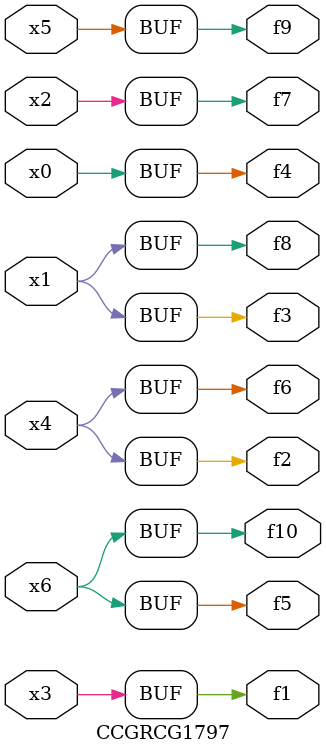
<source format=v>
module CCGRCG1797(
	input x0, x1, x2, x3, x4, x5, x6,
	output f1, f2, f3, f4, f5, f6, f7, f8, f9, f10
);
	assign f1 = x3;
	assign f2 = x4;
	assign f3 = x1;
	assign f4 = x0;
	assign f5 = x6;
	assign f6 = x4;
	assign f7 = x2;
	assign f8 = x1;
	assign f9 = x5;
	assign f10 = x6;
endmodule

</source>
